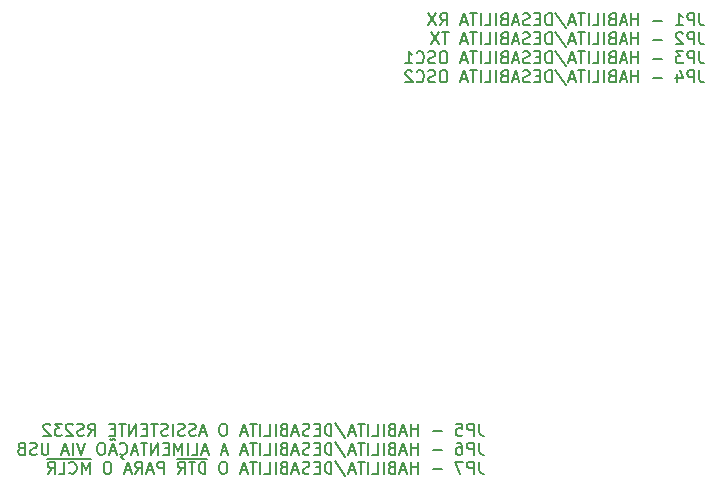
<source format=gbr>
%TF.GenerationSoftware,KiCad,Pcbnew,8.0.4*%
%TF.CreationDate,2024-09-09T16:31:10-03:00*%
%TF.ProjectId,Esquem_tico_V1,45737175-656d-4e17-9469-636f5f56312e,rev?*%
%TF.SameCoordinates,Original*%
%TF.FileFunction,Legend,Bot*%
%TF.FilePolarity,Positive*%
%FSLAX46Y46*%
G04 Gerber Fmt 4.6, Leading zero omitted, Abs format (unit mm)*
G04 Created by KiCad (PCBNEW 8.0.4) date 2024-09-09 16:31:10*
%MOMM*%
%LPD*%
G01*
G04 APERTURE LIST*
%ADD10C,0.150000*%
G04 APERTURE END LIST*
D10*
X174457506Y-102969931D02*
X174457506Y-103684216D01*
X174457506Y-103684216D02*
X174505125Y-103827073D01*
X174505125Y-103827073D02*
X174600363Y-103922312D01*
X174600363Y-103922312D02*
X174743220Y-103969931D01*
X174743220Y-103969931D02*
X174838458Y-103969931D01*
X173981315Y-103969931D02*
X173981315Y-102969931D01*
X173981315Y-102969931D02*
X173600363Y-102969931D01*
X173600363Y-102969931D02*
X173505125Y-103017550D01*
X173505125Y-103017550D02*
X173457506Y-103065169D01*
X173457506Y-103065169D02*
X173409887Y-103160407D01*
X173409887Y-103160407D02*
X173409887Y-103303264D01*
X173409887Y-103303264D02*
X173457506Y-103398502D01*
X173457506Y-103398502D02*
X173505125Y-103446121D01*
X173505125Y-103446121D02*
X173600363Y-103493740D01*
X173600363Y-103493740D02*
X173981315Y-103493740D01*
X172505125Y-102969931D02*
X172981315Y-102969931D01*
X172981315Y-102969931D02*
X173028934Y-103446121D01*
X173028934Y-103446121D02*
X172981315Y-103398502D01*
X172981315Y-103398502D02*
X172886077Y-103350883D01*
X172886077Y-103350883D02*
X172647982Y-103350883D01*
X172647982Y-103350883D02*
X172552744Y-103398502D01*
X172552744Y-103398502D02*
X172505125Y-103446121D01*
X172505125Y-103446121D02*
X172457506Y-103541359D01*
X172457506Y-103541359D02*
X172457506Y-103779454D01*
X172457506Y-103779454D02*
X172505125Y-103874692D01*
X172505125Y-103874692D02*
X172552744Y-103922312D01*
X172552744Y-103922312D02*
X172647982Y-103969931D01*
X172647982Y-103969931D02*
X172886077Y-103969931D01*
X172886077Y-103969931D02*
X172981315Y-103922312D01*
X172981315Y-103922312D02*
X173028934Y-103874692D01*
X171267029Y-103588978D02*
X170505125Y-103588978D01*
X169267029Y-103969931D02*
X169267029Y-102969931D01*
X169267029Y-103446121D02*
X168695601Y-103446121D01*
X168695601Y-103969931D02*
X168695601Y-102969931D01*
X168267029Y-103684216D02*
X167790839Y-103684216D01*
X168362267Y-103969931D02*
X168028934Y-102969931D01*
X168028934Y-102969931D02*
X167695601Y-103969931D01*
X167028934Y-103446121D02*
X166886077Y-103493740D01*
X166886077Y-103493740D02*
X166838458Y-103541359D01*
X166838458Y-103541359D02*
X166790839Y-103636597D01*
X166790839Y-103636597D02*
X166790839Y-103779454D01*
X166790839Y-103779454D02*
X166838458Y-103874692D01*
X166838458Y-103874692D02*
X166886077Y-103922312D01*
X166886077Y-103922312D02*
X166981315Y-103969931D01*
X166981315Y-103969931D02*
X167362267Y-103969931D01*
X167362267Y-103969931D02*
X167362267Y-102969931D01*
X167362267Y-102969931D02*
X167028934Y-102969931D01*
X167028934Y-102969931D02*
X166933696Y-103017550D01*
X166933696Y-103017550D02*
X166886077Y-103065169D01*
X166886077Y-103065169D02*
X166838458Y-103160407D01*
X166838458Y-103160407D02*
X166838458Y-103255645D01*
X166838458Y-103255645D02*
X166886077Y-103350883D01*
X166886077Y-103350883D02*
X166933696Y-103398502D01*
X166933696Y-103398502D02*
X167028934Y-103446121D01*
X167028934Y-103446121D02*
X167362267Y-103446121D01*
X166362267Y-103969931D02*
X166362267Y-102969931D01*
X165409887Y-103969931D02*
X165886077Y-103969931D01*
X165886077Y-103969931D02*
X165886077Y-102969931D01*
X165076553Y-103969931D02*
X165076553Y-102969931D01*
X164743220Y-102969931D02*
X164171792Y-102969931D01*
X164457506Y-103969931D02*
X164457506Y-102969931D01*
X163886077Y-103684216D02*
X163409887Y-103684216D01*
X163981315Y-103969931D02*
X163647982Y-102969931D01*
X163647982Y-102969931D02*
X163314649Y-103969931D01*
X162267030Y-102922312D02*
X163124172Y-104208026D01*
X161933696Y-103969931D02*
X161933696Y-102969931D01*
X161933696Y-102969931D02*
X161695601Y-102969931D01*
X161695601Y-102969931D02*
X161552744Y-103017550D01*
X161552744Y-103017550D02*
X161457506Y-103112788D01*
X161457506Y-103112788D02*
X161409887Y-103208026D01*
X161409887Y-103208026D02*
X161362268Y-103398502D01*
X161362268Y-103398502D02*
X161362268Y-103541359D01*
X161362268Y-103541359D02*
X161409887Y-103731835D01*
X161409887Y-103731835D02*
X161457506Y-103827073D01*
X161457506Y-103827073D02*
X161552744Y-103922312D01*
X161552744Y-103922312D02*
X161695601Y-103969931D01*
X161695601Y-103969931D02*
X161933696Y-103969931D01*
X160933696Y-103446121D02*
X160600363Y-103446121D01*
X160457506Y-103969931D02*
X160933696Y-103969931D01*
X160933696Y-103969931D02*
X160933696Y-102969931D01*
X160933696Y-102969931D02*
X160457506Y-102969931D01*
X160076553Y-103922312D02*
X159933696Y-103969931D01*
X159933696Y-103969931D02*
X159695601Y-103969931D01*
X159695601Y-103969931D02*
X159600363Y-103922312D01*
X159600363Y-103922312D02*
X159552744Y-103874692D01*
X159552744Y-103874692D02*
X159505125Y-103779454D01*
X159505125Y-103779454D02*
X159505125Y-103684216D01*
X159505125Y-103684216D02*
X159552744Y-103588978D01*
X159552744Y-103588978D02*
X159600363Y-103541359D01*
X159600363Y-103541359D02*
X159695601Y-103493740D01*
X159695601Y-103493740D02*
X159886077Y-103446121D01*
X159886077Y-103446121D02*
X159981315Y-103398502D01*
X159981315Y-103398502D02*
X160028934Y-103350883D01*
X160028934Y-103350883D02*
X160076553Y-103255645D01*
X160076553Y-103255645D02*
X160076553Y-103160407D01*
X160076553Y-103160407D02*
X160028934Y-103065169D01*
X160028934Y-103065169D02*
X159981315Y-103017550D01*
X159981315Y-103017550D02*
X159886077Y-102969931D01*
X159886077Y-102969931D02*
X159647982Y-102969931D01*
X159647982Y-102969931D02*
X159505125Y-103017550D01*
X159124172Y-103684216D02*
X158647982Y-103684216D01*
X159219410Y-103969931D02*
X158886077Y-102969931D01*
X158886077Y-102969931D02*
X158552744Y-103969931D01*
X157886077Y-103446121D02*
X157743220Y-103493740D01*
X157743220Y-103493740D02*
X157695601Y-103541359D01*
X157695601Y-103541359D02*
X157647982Y-103636597D01*
X157647982Y-103636597D02*
X157647982Y-103779454D01*
X157647982Y-103779454D02*
X157695601Y-103874692D01*
X157695601Y-103874692D02*
X157743220Y-103922312D01*
X157743220Y-103922312D02*
X157838458Y-103969931D01*
X157838458Y-103969931D02*
X158219410Y-103969931D01*
X158219410Y-103969931D02*
X158219410Y-102969931D01*
X158219410Y-102969931D02*
X157886077Y-102969931D01*
X157886077Y-102969931D02*
X157790839Y-103017550D01*
X157790839Y-103017550D02*
X157743220Y-103065169D01*
X157743220Y-103065169D02*
X157695601Y-103160407D01*
X157695601Y-103160407D02*
X157695601Y-103255645D01*
X157695601Y-103255645D02*
X157743220Y-103350883D01*
X157743220Y-103350883D02*
X157790839Y-103398502D01*
X157790839Y-103398502D02*
X157886077Y-103446121D01*
X157886077Y-103446121D02*
X158219410Y-103446121D01*
X157219410Y-103969931D02*
X157219410Y-102969931D01*
X156267030Y-103969931D02*
X156743220Y-103969931D01*
X156743220Y-103969931D02*
X156743220Y-102969931D01*
X155933696Y-103969931D02*
X155933696Y-102969931D01*
X155600363Y-102969931D02*
X155028935Y-102969931D01*
X155314649Y-103969931D02*
X155314649Y-102969931D01*
X154743220Y-103684216D02*
X154267030Y-103684216D01*
X154838458Y-103969931D02*
X154505125Y-102969931D01*
X154505125Y-102969931D02*
X154171792Y-103969931D01*
X152886077Y-102969931D02*
X152695601Y-102969931D01*
X152695601Y-102969931D02*
X152600363Y-103017550D01*
X152600363Y-103017550D02*
X152505125Y-103112788D01*
X152505125Y-103112788D02*
X152457506Y-103303264D01*
X152457506Y-103303264D02*
X152457506Y-103636597D01*
X152457506Y-103636597D02*
X152505125Y-103827073D01*
X152505125Y-103827073D02*
X152600363Y-103922312D01*
X152600363Y-103922312D02*
X152695601Y-103969931D01*
X152695601Y-103969931D02*
X152886077Y-103969931D01*
X152886077Y-103969931D02*
X152981315Y-103922312D01*
X152981315Y-103922312D02*
X153076553Y-103827073D01*
X153076553Y-103827073D02*
X153124172Y-103636597D01*
X153124172Y-103636597D02*
X153124172Y-103303264D01*
X153124172Y-103303264D02*
X153076553Y-103112788D01*
X153076553Y-103112788D02*
X152981315Y-103017550D01*
X152981315Y-103017550D02*
X152886077Y-102969931D01*
X151314648Y-103684216D02*
X150838458Y-103684216D01*
X151409886Y-103969931D02*
X151076553Y-102969931D01*
X151076553Y-102969931D02*
X150743220Y-103969931D01*
X150457505Y-103922312D02*
X150314648Y-103969931D01*
X150314648Y-103969931D02*
X150076553Y-103969931D01*
X150076553Y-103969931D02*
X149981315Y-103922312D01*
X149981315Y-103922312D02*
X149933696Y-103874692D01*
X149933696Y-103874692D02*
X149886077Y-103779454D01*
X149886077Y-103779454D02*
X149886077Y-103684216D01*
X149886077Y-103684216D02*
X149933696Y-103588978D01*
X149933696Y-103588978D02*
X149981315Y-103541359D01*
X149981315Y-103541359D02*
X150076553Y-103493740D01*
X150076553Y-103493740D02*
X150267029Y-103446121D01*
X150267029Y-103446121D02*
X150362267Y-103398502D01*
X150362267Y-103398502D02*
X150409886Y-103350883D01*
X150409886Y-103350883D02*
X150457505Y-103255645D01*
X150457505Y-103255645D02*
X150457505Y-103160407D01*
X150457505Y-103160407D02*
X150409886Y-103065169D01*
X150409886Y-103065169D02*
X150362267Y-103017550D01*
X150362267Y-103017550D02*
X150267029Y-102969931D01*
X150267029Y-102969931D02*
X150028934Y-102969931D01*
X150028934Y-102969931D02*
X149886077Y-103017550D01*
X149505124Y-103922312D02*
X149362267Y-103969931D01*
X149362267Y-103969931D02*
X149124172Y-103969931D01*
X149124172Y-103969931D02*
X149028934Y-103922312D01*
X149028934Y-103922312D02*
X148981315Y-103874692D01*
X148981315Y-103874692D02*
X148933696Y-103779454D01*
X148933696Y-103779454D02*
X148933696Y-103684216D01*
X148933696Y-103684216D02*
X148981315Y-103588978D01*
X148981315Y-103588978D02*
X149028934Y-103541359D01*
X149028934Y-103541359D02*
X149124172Y-103493740D01*
X149124172Y-103493740D02*
X149314648Y-103446121D01*
X149314648Y-103446121D02*
X149409886Y-103398502D01*
X149409886Y-103398502D02*
X149457505Y-103350883D01*
X149457505Y-103350883D02*
X149505124Y-103255645D01*
X149505124Y-103255645D02*
X149505124Y-103160407D01*
X149505124Y-103160407D02*
X149457505Y-103065169D01*
X149457505Y-103065169D02*
X149409886Y-103017550D01*
X149409886Y-103017550D02*
X149314648Y-102969931D01*
X149314648Y-102969931D02*
X149076553Y-102969931D01*
X149076553Y-102969931D02*
X148933696Y-103017550D01*
X148505124Y-103969931D02*
X148505124Y-102969931D01*
X148076553Y-103922312D02*
X147933696Y-103969931D01*
X147933696Y-103969931D02*
X147695601Y-103969931D01*
X147695601Y-103969931D02*
X147600363Y-103922312D01*
X147600363Y-103922312D02*
X147552744Y-103874692D01*
X147552744Y-103874692D02*
X147505125Y-103779454D01*
X147505125Y-103779454D02*
X147505125Y-103684216D01*
X147505125Y-103684216D02*
X147552744Y-103588978D01*
X147552744Y-103588978D02*
X147600363Y-103541359D01*
X147600363Y-103541359D02*
X147695601Y-103493740D01*
X147695601Y-103493740D02*
X147886077Y-103446121D01*
X147886077Y-103446121D02*
X147981315Y-103398502D01*
X147981315Y-103398502D02*
X148028934Y-103350883D01*
X148028934Y-103350883D02*
X148076553Y-103255645D01*
X148076553Y-103255645D02*
X148076553Y-103160407D01*
X148076553Y-103160407D02*
X148028934Y-103065169D01*
X148028934Y-103065169D02*
X147981315Y-103017550D01*
X147981315Y-103017550D02*
X147886077Y-102969931D01*
X147886077Y-102969931D02*
X147647982Y-102969931D01*
X147647982Y-102969931D02*
X147505125Y-103017550D01*
X147219410Y-102969931D02*
X146647982Y-102969931D01*
X146933696Y-103969931D02*
X146933696Y-102969931D01*
X146314648Y-103446121D02*
X145981315Y-103446121D01*
X145838458Y-103969931D02*
X146314648Y-103969931D01*
X146314648Y-103969931D02*
X146314648Y-102969931D01*
X146314648Y-102969931D02*
X145838458Y-102969931D01*
X145409886Y-103969931D02*
X145409886Y-102969931D01*
X145409886Y-102969931D02*
X144838458Y-103969931D01*
X144838458Y-103969931D02*
X144838458Y-102969931D01*
X144505124Y-102969931D02*
X143933696Y-102969931D01*
X144219410Y-103969931D02*
X144219410Y-102969931D01*
X143600362Y-103446121D02*
X143267029Y-103446121D01*
X143124172Y-103969931D02*
X143600362Y-103969931D01*
X143600362Y-103969931D02*
X143600362Y-102969931D01*
X143600362Y-102969931D02*
X143124172Y-102969931D01*
X141362267Y-103969931D02*
X141695600Y-103493740D01*
X141933695Y-103969931D02*
X141933695Y-102969931D01*
X141933695Y-102969931D02*
X141552743Y-102969931D01*
X141552743Y-102969931D02*
X141457505Y-103017550D01*
X141457505Y-103017550D02*
X141409886Y-103065169D01*
X141409886Y-103065169D02*
X141362267Y-103160407D01*
X141362267Y-103160407D02*
X141362267Y-103303264D01*
X141362267Y-103303264D02*
X141409886Y-103398502D01*
X141409886Y-103398502D02*
X141457505Y-103446121D01*
X141457505Y-103446121D02*
X141552743Y-103493740D01*
X141552743Y-103493740D02*
X141933695Y-103493740D01*
X140981314Y-103922312D02*
X140838457Y-103969931D01*
X140838457Y-103969931D02*
X140600362Y-103969931D01*
X140600362Y-103969931D02*
X140505124Y-103922312D01*
X140505124Y-103922312D02*
X140457505Y-103874692D01*
X140457505Y-103874692D02*
X140409886Y-103779454D01*
X140409886Y-103779454D02*
X140409886Y-103684216D01*
X140409886Y-103684216D02*
X140457505Y-103588978D01*
X140457505Y-103588978D02*
X140505124Y-103541359D01*
X140505124Y-103541359D02*
X140600362Y-103493740D01*
X140600362Y-103493740D02*
X140790838Y-103446121D01*
X140790838Y-103446121D02*
X140886076Y-103398502D01*
X140886076Y-103398502D02*
X140933695Y-103350883D01*
X140933695Y-103350883D02*
X140981314Y-103255645D01*
X140981314Y-103255645D02*
X140981314Y-103160407D01*
X140981314Y-103160407D02*
X140933695Y-103065169D01*
X140933695Y-103065169D02*
X140886076Y-103017550D01*
X140886076Y-103017550D02*
X140790838Y-102969931D01*
X140790838Y-102969931D02*
X140552743Y-102969931D01*
X140552743Y-102969931D02*
X140409886Y-103017550D01*
X140028933Y-103065169D02*
X139981314Y-103017550D01*
X139981314Y-103017550D02*
X139886076Y-102969931D01*
X139886076Y-102969931D02*
X139647981Y-102969931D01*
X139647981Y-102969931D02*
X139552743Y-103017550D01*
X139552743Y-103017550D02*
X139505124Y-103065169D01*
X139505124Y-103065169D02*
X139457505Y-103160407D01*
X139457505Y-103160407D02*
X139457505Y-103255645D01*
X139457505Y-103255645D02*
X139505124Y-103398502D01*
X139505124Y-103398502D02*
X140076552Y-103969931D01*
X140076552Y-103969931D02*
X139457505Y-103969931D01*
X139124171Y-102969931D02*
X138505124Y-102969931D01*
X138505124Y-102969931D02*
X138838457Y-103350883D01*
X138838457Y-103350883D02*
X138695600Y-103350883D01*
X138695600Y-103350883D02*
X138600362Y-103398502D01*
X138600362Y-103398502D02*
X138552743Y-103446121D01*
X138552743Y-103446121D02*
X138505124Y-103541359D01*
X138505124Y-103541359D02*
X138505124Y-103779454D01*
X138505124Y-103779454D02*
X138552743Y-103874692D01*
X138552743Y-103874692D02*
X138600362Y-103922312D01*
X138600362Y-103922312D02*
X138695600Y-103969931D01*
X138695600Y-103969931D02*
X138981314Y-103969931D01*
X138981314Y-103969931D02*
X139076552Y-103922312D01*
X139076552Y-103922312D02*
X139124171Y-103874692D01*
X138124171Y-103065169D02*
X138076552Y-103017550D01*
X138076552Y-103017550D02*
X137981314Y-102969931D01*
X137981314Y-102969931D02*
X137743219Y-102969931D01*
X137743219Y-102969931D02*
X137647981Y-103017550D01*
X137647981Y-103017550D02*
X137600362Y-103065169D01*
X137600362Y-103065169D02*
X137552743Y-103160407D01*
X137552743Y-103160407D02*
X137552743Y-103255645D01*
X137552743Y-103255645D02*
X137600362Y-103398502D01*
X137600362Y-103398502D02*
X138171790Y-103969931D01*
X138171790Y-103969931D02*
X137552743Y-103969931D01*
X174457506Y-104579875D02*
X174457506Y-105294160D01*
X174457506Y-105294160D02*
X174505125Y-105437017D01*
X174505125Y-105437017D02*
X174600363Y-105532256D01*
X174600363Y-105532256D02*
X174743220Y-105579875D01*
X174743220Y-105579875D02*
X174838458Y-105579875D01*
X173981315Y-105579875D02*
X173981315Y-104579875D01*
X173981315Y-104579875D02*
X173600363Y-104579875D01*
X173600363Y-104579875D02*
X173505125Y-104627494D01*
X173505125Y-104627494D02*
X173457506Y-104675113D01*
X173457506Y-104675113D02*
X173409887Y-104770351D01*
X173409887Y-104770351D02*
X173409887Y-104913208D01*
X173409887Y-104913208D02*
X173457506Y-105008446D01*
X173457506Y-105008446D02*
X173505125Y-105056065D01*
X173505125Y-105056065D02*
X173600363Y-105103684D01*
X173600363Y-105103684D02*
X173981315Y-105103684D01*
X172552744Y-104579875D02*
X172743220Y-104579875D01*
X172743220Y-104579875D02*
X172838458Y-104627494D01*
X172838458Y-104627494D02*
X172886077Y-104675113D01*
X172886077Y-104675113D02*
X172981315Y-104817970D01*
X172981315Y-104817970D02*
X173028934Y-105008446D01*
X173028934Y-105008446D02*
X173028934Y-105389398D01*
X173028934Y-105389398D02*
X172981315Y-105484636D01*
X172981315Y-105484636D02*
X172933696Y-105532256D01*
X172933696Y-105532256D02*
X172838458Y-105579875D01*
X172838458Y-105579875D02*
X172647982Y-105579875D01*
X172647982Y-105579875D02*
X172552744Y-105532256D01*
X172552744Y-105532256D02*
X172505125Y-105484636D01*
X172505125Y-105484636D02*
X172457506Y-105389398D01*
X172457506Y-105389398D02*
X172457506Y-105151303D01*
X172457506Y-105151303D02*
X172505125Y-105056065D01*
X172505125Y-105056065D02*
X172552744Y-105008446D01*
X172552744Y-105008446D02*
X172647982Y-104960827D01*
X172647982Y-104960827D02*
X172838458Y-104960827D01*
X172838458Y-104960827D02*
X172933696Y-105008446D01*
X172933696Y-105008446D02*
X172981315Y-105056065D01*
X172981315Y-105056065D02*
X173028934Y-105151303D01*
X171267029Y-105198922D02*
X170505125Y-105198922D01*
X169267029Y-105579875D02*
X169267029Y-104579875D01*
X169267029Y-105056065D02*
X168695601Y-105056065D01*
X168695601Y-105579875D02*
X168695601Y-104579875D01*
X168267029Y-105294160D02*
X167790839Y-105294160D01*
X168362267Y-105579875D02*
X168028934Y-104579875D01*
X168028934Y-104579875D02*
X167695601Y-105579875D01*
X167028934Y-105056065D02*
X166886077Y-105103684D01*
X166886077Y-105103684D02*
X166838458Y-105151303D01*
X166838458Y-105151303D02*
X166790839Y-105246541D01*
X166790839Y-105246541D02*
X166790839Y-105389398D01*
X166790839Y-105389398D02*
X166838458Y-105484636D01*
X166838458Y-105484636D02*
X166886077Y-105532256D01*
X166886077Y-105532256D02*
X166981315Y-105579875D01*
X166981315Y-105579875D02*
X167362267Y-105579875D01*
X167362267Y-105579875D02*
X167362267Y-104579875D01*
X167362267Y-104579875D02*
X167028934Y-104579875D01*
X167028934Y-104579875D02*
X166933696Y-104627494D01*
X166933696Y-104627494D02*
X166886077Y-104675113D01*
X166886077Y-104675113D02*
X166838458Y-104770351D01*
X166838458Y-104770351D02*
X166838458Y-104865589D01*
X166838458Y-104865589D02*
X166886077Y-104960827D01*
X166886077Y-104960827D02*
X166933696Y-105008446D01*
X166933696Y-105008446D02*
X167028934Y-105056065D01*
X167028934Y-105056065D02*
X167362267Y-105056065D01*
X166362267Y-105579875D02*
X166362267Y-104579875D01*
X165409887Y-105579875D02*
X165886077Y-105579875D01*
X165886077Y-105579875D02*
X165886077Y-104579875D01*
X165076553Y-105579875D02*
X165076553Y-104579875D01*
X164743220Y-104579875D02*
X164171792Y-104579875D01*
X164457506Y-105579875D02*
X164457506Y-104579875D01*
X163886077Y-105294160D02*
X163409887Y-105294160D01*
X163981315Y-105579875D02*
X163647982Y-104579875D01*
X163647982Y-104579875D02*
X163314649Y-105579875D01*
X162267030Y-104532256D02*
X163124172Y-105817970D01*
X161933696Y-105579875D02*
X161933696Y-104579875D01*
X161933696Y-104579875D02*
X161695601Y-104579875D01*
X161695601Y-104579875D02*
X161552744Y-104627494D01*
X161552744Y-104627494D02*
X161457506Y-104722732D01*
X161457506Y-104722732D02*
X161409887Y-104817970D01*
X161409887Y-104817970D02*
X161362268Y-105008446D01*
X161362268Y-105008446D02*
X161362268Y-105151303D01*
X161362268Y-105151303D02*
X161409887Y-105341779D01*
X161409887Y-105341779D02*
X161457506Y-105437017D01*
X161457506Y-105437017D02*
X161552744Y-105532256D01*
X161552744Y-105532256D02*
X161695601Y-105579875D01*
X161695601Y-105579875D02*
X161933696Y-105579875D01*
X160933696Y-105056065D02*
X160600363Y-105056065D01*
X160457506Y-105579875D02*
X160933696Y-105579875D01*
X160933696Y-105579875D02*
X160933696Y-104579875D01*
X160933696Y-104579875D02*
X160457506Y-104579875D01*
X160076553Y-105532256D02*
X159933696Y-105579875D01*
X159933696Y-105579875D02*
X159695601Y-105579875D01*
X159695601Y-105579875D02*
X159600363Y-105532256D01*
X159600363Y-105532256D02*
X159552744Y-105484636D01*
X159552744Y-105484636D02*
X159505125Y-105389398D01*
X159505125Y-105389398D02*
X159505125Y-105294160D01*
X159505125Y-105294160D02*
X159552744Y-105198922D01*
X159552744Y-105198922D02*
X159600363Y-105151303D01*
X159600363Y-105151303D02*
X159695601Y-105103684D01*
X159695601Y-105103684D02*
X159886077Y-105056065D01*
X159886077Y-105056065D02*
X159981315Y-105008446D01*
X159981315Y-105008446D02*
X160028934Y-104960827D01*
X160028934Y-104960827D02*
X160076553Y-104865589D01*
X160076553Y-104865589D02*
X160076553Y-104770351D01*
X160076553Y-104770351D02*
X160028934Y-104675113D01*
X160028934Y-104675113D02*
X159981315Y-104627494D01*
X159981315Y-104627494D02*
X159886077Y-104579875D01*
X159886077Y-104579875D02*
X159647982Y-104579875D01*
X159647982Y-104579875D02*
X159505125Y-104627494D01*
X159124172Y-105294160D02*
X158647982Y-105294160D01*
X159219410Y-105579875D02*
X158886077Y-104579875D01*
X158886077Y-104579875D02*
X158552744Y-105579875D01*
X157886077Y-105056065D02*
X157743220Y-105103684D01*
X157743220Y-105103684D02*
X157695601Y-105151303D01*
X157695601Y-105151303D02*
X157647982Y-105246541D01*
X157647982Y-105246541D02*
X157647982Y-105389398D01*
X157647982Y-105389398D02*
X157695601Y-105484636D01*
X157695601Y-105484636D02*
X157743220Y-105532256D01*
X157743220Y-105532256D02*
X157838458Y-105579875D01*
X157838458Y-105579875D02*
X158219410Y-105579875D01*
X158219410Y-105579875D02*
X158219410Y-104579875D01*
X158219410Y-104579875D02*
X157886077Y-104579875D01*
X157886077Y-104579875D02*
X157790839Y-104627494D01*
X157790839Y-104627494D02*
X157743220Y-104675113D01*
X157743220Y-104675113D02*
X157695601Y-104770351D01*
X157695601Y-104770351D02*
X157695601Y-104865589D01*
X157695601Y-104865589D02*
X157743220Y-104960827D01*
X157743220Y-104960827D02*
X157790839Y-105008446D01*
X157790839Y-105008446D02*
X157886077Y-105056065D01*
X157886077Y-105056065D02*
X158219410Y-105056065D01*
X157219410Y-105579875D02*
X157219410Y-104579875D01*
X156267030Y-105579875D02*
X156743220Y-105579875D01*
X156743220Y-105579875D02*
X156743220Y-104579875D01*
X155933696Y-105579875D02*
X155933696Y-104579875D01*
X155600363Y-104579875D02*
X155028935Y-104579875D01*
X155314649Y-105579875D02*
X155314649Y-104579875D01*
X154743220Y-105294160D02*
X154267030Y-105294160D01*
X154838458Y-105579875D02*
X154505125Y-104579875D01*
X154505125Y-104579875D02*
X154171792Y-105579875D01*
X153124172Y-105294160D02*
X152647982Y-105294160D01*
X153219410Y-105579875D02*
X152886077Y-104579875D01*
X152886077Y-104579875D02*
X152552744Y-105579875D01*
X151505124Y-105294160D02*
X151028934Y-105294160D01*
X151600362Y-105579875D02*
X151267029Y-104579875D01*
X151267029Y-104579875D02*
X150933696Y-105579875D01*
X150124172Y-105579875D02*
X150600362Y-105579875D01*
X150600362Y-105579875D02*
X150600362Y-104579875D01*
X149790838Y-105579875D02*
X149790838Y-104579875D01*
X149314648Y-105579875D02*
X149314648Y-104579875D01*
X149314648Y-104579875D02*
X148981315Y-105294160D01*
X148981315Y-105294160D02*
X148647982Y-104579875D01*
X148647982Y-104579875D02*
X148647982Y-105579875D01*
X148171791Y-105056065D02*
X147838458Y-105056065D01*
X147695601Y-105579875D02*
X148171791Y-105579875D01*
X148171791Y-105579875D02*
X148171791Y-104579875D01*
X148171791Y-104579875D02*
X147695601Y-104579875D01*
X147267029Y-105579875D02*
X147267029Y-104579875D01*
X147267029Y-104579875D02*
X146695601Y-105579875D01*
X146695601Y-105579875D02*
X146695601Y-104579875D01*
X146362267Y-104579875D02*
X145790839Y-104579875D01*
X146076553Y-105579875D02*
X146076553Y-104579875D01*
X145505124Y-105294160D02*
X145028934Y-105294160D01*
X145600362Y-105579875D02*
X145267029Y-104579875D01*
X145267029Y-104579875D02*
X144933696Y-105579875D01*
X144028934Y-105484636D02*
X144076553Y-105532256D01*
X144076553Y-105532256D02*
X144219410Y-105579875D01*
X144219410Y-105579875D02*
X144314648Y-105579875D01*
X144314648Y-105579875D02*
X144457505Y-105532256D01*
X144457505Y-105532256D02*
X144552743Y-105437017D01*
X144552743Y-105437017D02*
X144600362Y-105341779D01*
X144600362Y-105341779D02*
X144647981Y-105151303D01*
X144647981Y-105151303D02*
X144647981Y-105008446D01*
X144647981Y-105008446D02*
X144600362Y-104817970D01*
X144600362Y-104817970D02*
X144552743Y-104722732D01*
X144552743Y-104722732D02*
X144457505Y-104627494D01*
X144457505Y-104627494D02*
X144314648Y-104579875D01*
X144314648Y-104579875D02*
X144219410Y-104579875D01*
X144219410Y-104579875D02*
X144076553Y-104627494D01*
X144076553Y-104627494D02*
X144028934Y-104675113D01*
X144267029Y-105627494D02*
X144171791Y-105675113D01*
X144171791Y-105675113D02*
X144124172Y-105770351D01*
X144124172Y-105770351D02*
X144171791Y-105865589D01*
X144171791Y-105865589D02*
X144267029Y-105913208D01*
X144267029Y-105913208D02*
X144409886Y-105913208D01*
X143647981Y-105294160D02*
X143171791Y-105294160D01*
X143743219Y-105579875D02*
X143409886Y-104579875D01*
X143409886Y-104579875D02*
X143076553Y-105579875D01*
X143647981Y-104341779D02*
X143600362Y-104294160D01*
X143600362Y-104294160D02*
X143505124Y-104246541D01*
X143505124Y-104246541D02*
X143314648Y-104341779D01*
X143314648Y-104341779D02*
X143219410Y-104294160D01*
X143219410Y-104294160D02*
X143171791Y-104246541D01*
X142552743Y-104579875D02*
X142362267Y-104579875D01*
X142362267Y-104579875D02*
X142267029Y-104627494D01*
X142267029Y-104627494D02*
X142171791Y-104722732D01*
X142171791Y-104722732D02*
X142124172Y-104913208D01*
X142124172Y-104913208D02*
X142124172Y-105246541D01*
X142124172Y-105246541D02*
X142171791Y-105437017D01*
X142171791Y-105437017D02*
X142267029Y-105532256D01*
X142267029Y-105532256D02*
X142362267Y-105579875D01*
X142362267Y-105579875D02*
X142552743Y-105579875D01*
X142552743Y-105579875D02*
X142647981Y-105532256D01*
X142647981Y-105532256D02*
X142743219Y-105437017D01*
X142743219Y-105437017D02*
X142790838Y-105246541D01*
X142790838Y-105246541D02*
X142790838Y-104913208D01*
X142790838Y-104913208D02*
X142743219Y-104722732D01*
X142743219Y-104722732D02*
X142647981Y-104627494D01*
X142647981Y-104627494D02*
X142552743Y-104579875D01*
X141076552Y-104579875D02*
X140743219Y-105579875D01*
X140743219Y-105579875D02*
X140409886Y-104579875D01*
X140076552Y-105579875D02*
X140076552Y-104579875D01*
X139647981Y-105294160D02*
X139171791Y-105294160D01*
X139743219Y-105579875D02*
X139409886Y-104579875D01*
X139409886Y-104579875D02*
X139076553Y-105579875D01*
X137981314Y-104579875D02*
X137981314Y-105389398D01*
X137981314Y-105389398D02*
X137933695Y-105484636D01*
X137933695Y-105484636D02*
X137886076Y-105532256D01*
X137886076Y-105532256D02*
X137790838Y-105579875D01*
X137790838Y-105579875D02*
X137600362Y-105579875D01*
X137600362Y-105579875D02*
X137505124Y-105532256D01*
X137505124Y-105532256D02*
X137457505Y-105484636D01*
X137457505Y-105484636D02*
X137409886Y-105389398D01*
X137409886Y-105389398D02*
X137409886Y-104579875D01*
X136981314Y-105532256D02*
X136838457Y-105579875D01*
X136838457Y-105579875D02*
X136600362Y-105579875D01*
X136600362Y-105579875D02*
X136505124Y-105532256D01*
X136505124Y-105532256D02*
X136457505Y-105484636D01*
X136457505Y-105484636D02*
X136409886Y-105389398D01*
X136409886Y-105389398D02*
X136409886Y-105294160D01*
X136409886Y-105294160D02*
X136457505Y-105198922D01*
X136457505Y-105198922D02*
X136505124Y-105151303D01*
X136505124Y-105151303D02*
X136600362Y-105103684D01*
X136600362Y-105103684D02*
X136790838Y-105056065D01*
X136790838Y-105056065D02*
X136886076Y-105008446D01*
X136886076Y-105008446D02*
X136933695Y-104960827D01*
X136933695Y-104960827D02*
X136981314Y-104865589D01*
X136981314Y-104865589D02*
X136981314Y-104770351D01*
X136981314Y-104770351D02*
X136933695Y-104675113D01*
X136933695Y-104675113D02*
X136886076Y-104627494D01*
X136886076Y-104627494D02*
X136790838Y-104579875D01*
X136790838Y-104579875D02*
X136552743Y-104579875D01*
X136552743Y-104579875D02*
X136409886Y-104627494D01*
X135647981Y-105056065D02*
X135505124Y-105103684D01*
X135505124Y-105103684D02*
X135457505Y-105151303D01*
X135457505Y-105151303D02*
X135409886Y-105246541D01*
X135409886Y-105246541D02*
X135409886Y-105389398D01*
X135409886Y-105389398D02*
X135457505Y-105484636D01*
X135457505Y-105484636D02*
X135505124Y-105532256D01*
X135505124Y-105532256D02*
X135600362Y-105579875D01*
X135600362Y-105579875D02*
X135981314Y-105579875D01*
X135981314Y-105579875D02*
X135981314Y-104579875D01*
X135981314Y-104579875D02*
X135647981Y-104579875D01*
X135647981Y-104579875D02*
X135552743Y-104627494D01*
X135552743Y-104627494D02*
X135505124Y-104675113D01*
X135505124Y-104675113D02*
X135457505Y-104770351D01*
X135457505Y-104770351D02*
X135457505Y-104865589D01*
X135457505Y-104865589D02*
X135505124Y-104960827D01*
X135505124Y-104960827D02*
X135552743Y-105008446D01*
X135552743Y-105008446D02*
X135647981Y-105056065D01*
X135647981Y-105056065D02*
X135981314Y-105056065D01*
X174457506Y-106189819D02*
X174457506Y-106904104D01*
X174457506Y-106904104D02*
X174505125Y-107046961D01*
X174505125Y-107046961D02*
X174600363Y-107142200D01*
X174600363Y-107142200D02*
X174743220Y-107189819D01*
X174743220Y-107189819D02*
X174838458Y-107189819D01*
X173981315Y-107189819D02*
X173981315Y-106189819D01*
X173981315Y-106189819D02*
X173600363Y-106189819D01*
X173600363Y-106189819D02*
X173505125Y-106237438D01*
X173505125Y-106237438D02*
X173457506Y-106285057D01*
X173457506Y-106285057D02*
X173409887Y-106380295D01*
X173409887Y-106380295D02*
X173409887Y-106523152D01*
X173409887Y-106523152D02*
X173457506Y-106618390D01*
X173457506Y-106618390D02*
X173505125Y-106666009D01*
X173505125Y-106666009D02*
X173600363Y-106713628D01*
X173600363Y-106713628D02*
X173981315Y-106713628D01*
X173076553Y-106189819D02*
X172409887Y-106189819D01*
X172409887Y-106189819D02*
X172838458Y-107189819D01*
X171267029Y-106808866D02*
X170505125Y-106808866D01*
X169267029Y-107189819D02*
X169267029Y-106189819D01*
X169267029Y-106666009D02*
X168695601Y-106666009D01*
X168695601Y-107189819D02*
X168695601Y-106189819D01*
X168267029Y-106904104D02*
X167790839Y-106904104D01*
X168362267Y-107189819D02*
X168028934Y-106189819D01*
X168028934Y-106189819D02*
X167695601Y-107189819D01*
X167028934Y-106666009D02*
X166886077Y-106713628D01*
X166886077Y-106713628D02*
X166838458Y-106761247D01*
X166838458Y-106761247D02*
X166790839Y-106856485D01*
X166790839Y-106856485D02*
X166790839Y-106999342D01*
X166790839Y-106999342D02*
X166838458Y-107094580D01*
X166838458Y-107094580D02*
X166886077Y-107142200D01*
X166886077Y-107142200D02*
X166981315Y-107189819D01*
X166981315Y-107189819D02*
X167362267Y-107189819D01*
X167362267Y-107189819D02*
X167362267Y-106189819D01*
X167362267Y-106189819D02*
X167028934Y-106189819D01*
X167028934Y-106189819D02*
X166933696Y-106237438D01*
X166933696Y-106237438D02*
X166886077Y-106285057D01*
X166886077Y-106285057D02*
X166838458Y-106380295D01*
X166838458Y-106380295D02*
X166838458Y-106475533D01*
X166838458Y-106475533D02*
X166886077Y-106570771D01*
X166886077Y-106570771D02*
X166933696Y-106618390D01*
X166933696Y-106618390D02*
X167028934Y-106666009D01*
X167028934Y-106666009D02*
X167362267Y-106666009D01*
X166362267Y-107189819D02*
X166362267Y-106189819D01*
X165409887Y-107189819D02*
X165886077Y-107189819D01*
X165886077Y-107189819D02*
X165886077Y-106189819D01*
X165076553Y-107189819D02*
X165076553Y-106189819D01*
X164743220Y-106189819D02*
X164171792Y-106189819D01*
X164457506Y-107189819D02*
X164457506Y-106189819D01*
X163886077Y-106904104D02*
X163409887Y-106904104D01*
X163981315Y-107189819D02*
X163647982Y-106189819D01*
X163647982Y-106189819D02*
X163314649Y-107189819D01*
X162267030Y-106142200D02*
X163124172Y-107427914D01*
X161933696Y-107189819D02*
X161933696Y-106189819D01*
X161933696Y-106189819D02*
X161695601Y-106189819D01*
X161695601Y-106189819D02*
X161552744Y-106237438D01*
X161552744Y-106237438D02*
X161457506Y-106332676D01*
X161457506Y-106332676D02*
X161409887Y-106427914D01*
X161409887Y-106427914D02*
X161362268Y-106618390D01*
X161362268Y-106618390D02*
X161362268Y-106761247D01*
X161362268Y-106761247D02*
X161409887Y-106951723D01*
X161409887Y-106951723D02*
X161457506Y-107046961D01*
X161457506Y-107046961D02*
X161552744Y-107142200D01*
X161552744Y-107142200D02*
X161695601Y-107189819D01*
X161695601Y-107189819D02*
X161933696Y-107189819D01*
X160933696Y-106666009D02*
X160600363Y-106666009D01*
X160457506Y-107189819D02*
X160933696Y-107189819D01*
X160933696Y-107189819D02*
X160933696Y-106189819D01*
X160933696Y-106189819D02*
X160457506Y-106189819D01*
X160076553Y-107142200D02*
X159933696Y-107189819D01*
X159933696Y-107189819D02*
X159695601Y-107189819D01*
X159695601Y-107189819D02*
X159600363Y-107142200D01*
X159600363Y-107142200D02*
X159552744Y-107094580D01*
X159552744Y-107094580D02*
X159505125Y-106999342D01*
X159505125Y-106999342D02*
X159505125Y-106904104D01*
X159505125Y-106904104D02*
X159552744Y-106808866D01*
X159552744Y-106808866D02*
X159600363Y-106761247D01*
X159600363Y-106761247D02*
X159695601Y-106713628D01*
X159695601Y-106713628D02*
X159886077Y-106666009D01*
X159886077Y-106666009D02*
X159981315Y-106618390D01*
X159981315Y-106618390D02*
X160028934Y-106570771D01*
X160028934Y-106570771D02*
X160076553Y-106475533D01*
X160076553Y-106475533D02*
X160076553Y-106380295D01*
X160076553Y-106380295D02*
X160028934Y-106285057D01*
X160028934Y-106285057D02*
X159981315Y-106237438D01*
X159981315Y-106237438D02*
X159886077Y-106189819D01*
X159886077Y-106189819D02*
X159647982Y-106189819D01*
X159647982Y-106189819D02*
X159505125Y-106237438D01*
X159124172Y-106904104D02*
X158647982Y-106904104D01*
X159219410Y-107189819D02*
X158886077Y-106189819D01*
X158886077Y-106189819D02*
X158552744Y-107189819D01*
X157886077Y-106666009D02*
X157743220Y-106713628D01*
X157743220Y-106713628D02*
X157695601Y-106761247D01*
X157695601Y-106761247D02*
X157647982Y-106856485D01*
X157647982Y-106856485D02*
X157647982Y-106999342D01*
X157647982Y-106999342D02*
X157695601Y-107094580D01*
X157695601Y-107094580D02*
X157743220Y-107142200D01*
X157743220Y-107142200D02*
X157838458Y-107189819D01*
X157838458Y-107189819D02*
X158219410Y-107189819D01*
X158219410Y-107189819D02*
X158219410Y-106189819D01*
X158219410Y-106189819D02*
X157886077Y-106189819D01*
X157886077Y-106189819D02*
X157790839Y-106237438D01*
X157790839Y-106237438D02*
X157743220Y-106285057D01*
X157743220Y-106285057D02*
X157695601Y-106380295D01*
X157695601Y-106380295D02*
X157695601Y-106475533D01*
X157695601Y-106475533D02*
X157743220Y-106570771D01*
X157743220Y-106570771D02*
X157790839Y-106618390D01*
X157790839Y-106618390D02*
X157886077Y-106666009D01*
X157886077Y-106666009D02*
X158219410Y-106666009D01*
X157219410Y-107189819D02*
X157219410Y-106189819D01*
X156267030Y-107189819D02*
X156743220Y-107189819D01*
X156743220Y-107189819D02*
X156743220Y-106189819D01*
X155933696Y-107189819D02*
X155933696Y-106189819D01*
X155600363Y-106189819D02*
X155028935Y-106189819D01*
X155314649Y-107189819D02*
X155314649Y-106189819D01*
X154743220Y-106904104D02*
X154267030Y-106904104D01*
X154838458Y-107189819D02*
X154505125Y-106189819D01*
X154505125Y-106189819D02*
X154171792Y-107189819D01*
X152886077Y-106189819D02*
X152695601Y-106189819D01*
X152695601Y-106189819D02*
X152600363Y-106237438D01*
X152600363Y-106237438D02*
X152505125Y-106332676D01*
X152505125Y-106332676D02*
X152457506Y-106523152D01*
X152457506Y-106523152D02*
X152457506Y-106856485D01*
X152457506Y-106856485D02*
X152505125Y-107046961D01*
X152505125Y-107046961D02*
X152600363Y-107142200D01*
X152600363Y-107142200D02*
X152695601Y-107189819D01*
X152695601Y-107189819D02*
X152886077Y-107189819D01*
X152886077Y-107189819D02*
X152981315Y-107142200D01*
X152981315Y-107142200D02*
X153076553Y-107046961D01*
X153076553Y-107046961D02*
X153124172Y-106856485D01*
X153124172Y-106856485D02*
X153124172Y-106523152D01*
X153124172Y-106523152D02*
X153076553Y-106332676D01*
X153076553Y-106332676D02*
X152981315Y-106237438D01*
X152981315Y-106237438D02*
X152886077Y-106189819D01*
X151267029Y-107189819D02*
X151267029Y-106189819D01*
X151267029Y-106189819D02*
X151028934Y-106189819D01*
X151028934Y-106189819D02*
X150886077Y-106237438D01*
X150886077Y-106237438D02*
X150790839Y-106332676D01*
X150790839Y-106332676D02*
X150743220Y-106427914D01*
X150743220Y-106427914D02*
X150695601Y-106618390D01*
X150695601Y-106618390D02*
X150695601Y-106761247D01*
X150695601Y-106761247D02*
X150743220Y-106951723D01*
X150743220Y-106951723D02*
X150790839Y-107046961D01*
X150790839Y-107046961D02*
X150886077Y-107142200D01*
X150886077Y-107142200D02*
X151028934Y-107189819D01*
X151028934Y-107189819D02*
X151267029Y-107189819D01*
X150409886Y-106189819D02*
X149838458Y-106189819D01*
X150124172Y-107189819D02*
X150124172Y-106189819D01*
X148933696Y-107189819D02*
X149267029Y-106713628D01*
X149505124Y-107189819D02*
X149505124Y-106189819D01*
X149505124Y-106189819D02*
X149124172Y-106189819D01*
X149124172Y-106189819D02*
X149028934Y-106237438D01*
X149028934Y-106237438D02*
X148981315Y-106285057D01*
X148981315Y-106285057D02*
X148933696Y-106380295D01*
X148933696Y-106380295D02*
X148933696Y-106523152D01*
X148933696Y-106523152D02*
X148981315Y-106618390D01*
X148981315Y-106618390D02*
X149028934Y-106666009D01*
X149028934Y-106666009D02*
X149124172Y-106713628D01*
X149124172Y-106713628D02*
X149505124Y-106713628D01*
X151405125Y-105912200D02*
X148843220Y-105912200D01*
X147743219Y-107189819D02*
X147743219Y-106189819D01*
X147743219Y-106189819D02*
X147362267Y-106189819D01*
X147362267Y-106189819D02*
X147267029Y-106237438D01*
X147267029Y-106237438D02*
X147219410Y-106285057D01*
X147219410Y-106285057D02*
X147171791Y-106380295D01*
X147171791Y-106380295D02*
X147171791Y-106523152D01*
X147171791Y-106523152D02*
X147219410Y-106618390D01*
X147219410Y-106618390D02*
X147267029Y-106666009D01*
X147267029Y-106666009D02*
X147362267Y-106713628D01*
X147362267Y-106713628D02*
X147743219Y-106713628D01*
X146790838Y-106904104D02*
X146314648Y-106904104D01*
X146886076Y-107189819D02*
X146552743Y-106189819D01*
X146552743Y-106189819D02*
X146219410Y-107189819D01*
X145314648Y-107189819D02*
X145647981Y-106713628D01*
X145886076Y-107189819D02*
X145886076Y-106189819D01*
X145886076Y-106189819D02*
X145505124Y-106189819D01*
X145505124Y-106189819D02*
X145409886Y-106237438D01*
X145409886Y-106237438D02*
X145362267Y-106285057D01*
X145362267Y-106285057D02*
X145314648Y-106380295D01*
X145314648Y-106380295D02*
X145314648Y-106523152D01*
X145314648Y-106523152D02*
X145362267Y-106618390D01*
X145362267Y-106618390D02*
X145409886Y-106666009D01*
X145409886Y-106666009D02*
X145505124Y-106713628D01*
X145505124Y-106713628D02*
X145886076Y-106713628D01*
X144933695Y-106904104D02*
X144457505Y-106904104D01*
X145028933Y-107189819D02*
X144695600Y-106189819D01*
X144695600Y-106189819D02*
X144362267Y-107189819D01*
X143076552Y-106189819D02*
X142886076Y-106189819D01*
X142886076Y-106189819D02*
X142790838Y-106237438D01*
X142790838Y-106237438D02*
X142695600Y-106332676D01*
X142695600Y-106332676D02*
X142647981Y-106523152D01*
X142647981Y-106523152D02*
X142647981Y-106856485D01*
X142647981Y-106856485D02*
X142695600Y-107046961D01*
X142695600Y-107046961D02*
X142790838Y-107142200D01*
X142790838Y-107142200D02*
X142886076Y-107189819D01*
X142886076Y-107189819D02*
X143076552Y-107189819D01*
X143076552Y-107189819D02*
X143171790Y-107142200D01*
X143171790Y-107142200D02*
X143267028Y-107046961D01*
X143267028Y-107046961D02*
X143314647Y-106856485D01*
X143314647Y-106856485D02*
X143314647Y-106523152D01*
X143314647Y-106523152D02*
X143267028Y-106332676D01*
X143267028Y-106332676D02*
X143171790Y-106237438D01*
X143171790Y-106237438D02*
X143076552Y-106189819D01*
X141457504Y-107189819D02*
X141457504Y-106189819D01*
X141457504Y-106189819D02*
X141124171Y-106904104D01*
X141124171Y-106904104D02*
X140790838Y-106189819D01*
X140790838Y-106189819D02*
X140790838Y-107189819D01*
X139743219Y-107094580D02*
X139790838Y-107142200D01*
X139790838Y-107142200D02*
X139933695Y-107189819D01*
X139933695Y-107189819D02*
X140028933Y-107189819D01*
X140028933Y-107189819D02*
X140171790Y-107142200D01*
X140171790Y-107142200D02*
X140267028Y-107046961D01*
X140267028Y-107046961D02*
X140314647Y-106951723D01*
X140314647Y-106951723D02*
X140362266Y-106761247D01*
X140362266Y-106761247D02*
X140362266Y-106618390D01*
X140362266Y-106618390D02*
X140314647Y-106427914D01*
X140314647Y-106427914D02*
X140267028Y-106332676D01*
X140267028Y-106332676D02*
X140171790Y-106237438D01*
X140171790Y-106237438D02*
X140028933Y-106189819D01*
X140028933Y-106189819D02*
X139933695Y-106189819D01*
X139933695Y-106189819D02*
X139790838Y-106237438D01*
X139790838Y-106237438D02*
X139743219Y-106285057D01*
X138838457Y-107189819D02*
X139314647Y-107189819D01*
X139314647Y-107189819D02*
X139314647Y-106189819D01*
X137933695Y-107189819D02*
X138267028Y-106713628D01*
X138505123Y-107189819D02*
X138505123Y-106189819D01*
X138505123Y-106189819D02*
X138124171Y-106189819D01*
X138124171Y-106189819D02*
X138028933Y-106237438D01*
X138028933Y-106237438D02*
X137981314Y-106285057D01*
X137981314Y-106285057D02*
X137933695Y-106380295D01*
X137933695Y-106380295D02*
X137933695Y-106523152D01*
X137933695Y-106523152D02*
X137981314Y-106618390D01*
X137981314Y-106618390D02*
X138028933Y-106666009D01*
X138028933Y-106666009D02*
X138124171Y-106713628D01*
X138124171Y-106713628D02*
X138505123Y-106713628D01*
X141595600Y-105912200D02*
X137843219Y-105912200D01*
X193097506Y-68219987D02*
X193097506Y-68934272D01*
X193097506Y-68934272D02*
X193145125Y-69077129D01*
X193145125Y-69077129D02*
X193240363Y-69172368D01*
X193240363Y-69172368D02*
X193383220Y-69219987D01*
X193383220Y-69219987D02*
X193478458Y-69219987D01*
X192621315Y-69219987D02*
X192621315Y-68219987D01*
X192621315Y-68219987D02*
X192240363Y-68219987D01*
X192240363Y-68219987D02*
X192145125Y-68267606D01*
X192145125Y-68267606D02*
X192097506Y-68315225D01*
X192097506Y-68315225D02*
X192049887Y-68410463D01*
X192049887Y-68410463D02*
X192049887Y-68553320D01*
X192049887Y-68553320D02*
X192097506Y-68648558D01*
X192097506Y-68648558D02*
X192145125Y-68696177D01*
X192145125Y-68696177D02*
X192240363Y-68743796D01*
X192240363Y-68743796D02*
X192621315Y-68743796D01*
X191097506Y-69219987D02*
X191668934Y-69219987D01*
X191383220Y-69219987D02*
X191383220Y-68219987D01*
X191383220Y-68219987D02*
X191478458Y-68362844D01*
X191478458Y-68362844D02*
X191573696Y-68458082D01*
X191573696Y-68458082D02*
X191668934Y-68505701D01*
X189907029Y-68839034D02*
X189145125Y-68839034D01*
X187907029Y-69219987D02*
X187907029Y-68219987D01*
X187907029Y-68696177D02*
X187335601Y-68696177D01*
X187335601Y-69219987D02*
X187335601Y-68219987D01*
X186907029Y-68934272D02*
X186430839Y-68934272D01*
X187002267Y-69219987D02*
X186668934Y-68219987D01*
X186668934Y-68219987D02*
X186335601Y-69219987D01*
X185668934Y-68696177D02*
X185526077Y-68743796D01*
X185526077Y-68743796D02*
X185478458Y-68791415D01*
X185478458Y-68791415D02*
X185430839Y-68886653D01*
X185430839Y-68886653D02*
X185430839Y-69029510D01*
X185430839Y-69029510D02*
X185478458Y-69124748D01*
X185478458Y-69124748D02*
X185526077Y-69172368D01*
X185526077Y-69172368D02*
X185621315Y-69219987D01*
X185621315Y-69219987D02*
X186002267Y-69219987D01*
X186002267Y-69219987D02*
X186002267Y-68219987D01*
X186002267Y-68219987D02*
X185668934Y-68219987D01*
X185668934Y-68219987D02*
X185573696Y-68267606D01*
X185573696Y-68267606D02*
X185526077Y-68315225D01*
X185526077Y-68315225D02*
X185478458Y-68410463D01*
X185478458Y-68410463D02*
X185478458Y-68505701D01*
X185478458Y-68505701D02*
X185526077Y-68600939D01*
X185526077Y-68600939D02*
X185573696Y-68648558D01*
X185573696Y-68648558D02*
X185668934Y-68696177D01*
X185668934Y-68696177D02*
X186002267Y-68696177D01*
X185002267Y-69219987D02*
X185002267Y-68219987D01*
X184049887Y-69219987D02*
X184526077Y-69219987D01*
X184526077Y-69219987D02*
X184526077Y-68219987D01*
X183716553Y-69219987D02*
X183716553Y-68219987D01*
X183383220Y-68219987D02*
X182811792Y-68219987D01*
X183097506Y-69219987D02*
X183097506Y-68219987D01*
X182526077Y-68934272D02*
X182049887Y-68934272D01*
X182621315Y-69219987D02*
X182287982Y-68219987D01*
X182287982Y-68219987D02*
X181954649Y-69219987D01*
X180907030Y-68172368D02*
X181764172Y-69458082D01*
X180573696Y-69219987D02*
X180573696Y-68219987D01*
X180573696Y-68219987D02*
X180335601Y-68219987D01*
X180335601Y-68219987D02*
X180192744Y-68267606D01*
X180192744Y-68267606D02*
X180097506Y-68362844D01*
X180097506Y-68362844D02*
X180049887Y-68458082D01*
X180049887Y-68458082D02*
X180002268Y-68648558D01*
X180002268Y-68648558D02*
X180002268Y-68791415D01*
X180002268Y-68791415D02*
X180049887Y-68981891D01*
X180049887Y-68981891D02*
X180097506Y-69077129D01*
X180097506Y-69077129D02*
X180192744Y-69172368D01*
X180192744Y-69172368D02*
X180335601Y-69219987D01*
X180335601Y-69219987D02*
X180573696Y-69219987D01*
X179573696Y-68696177D02*
X179240363Y-68696177D01*
X179097506Y-69219987D02*
X179573696Y-69219987D01*
X179573696Y-69219987D02*
X179573696Y-68219987D01*
X179573696Y-68219987D02*
X179097506Y-68219987D01*
X178716553Y-69172368D02*
X178573696Y-69219987D01*
X178573696Y-69219987D02*
X178335601Y-69219987D01*
X178335601Y-69219987D02*
X178240363Y-69172368D01*
X178240363Y-69172368D02*
X178192744Y-69124748D01*
X178192744Y-69124748D02*
X178145125Y-69029510D01*
X178145125Y-69029510D02*
X178145125Y-68934272D01*
X178145125Y-68934272D02*
X178192744Y-68839034D01*
X178192744Y-68839034D02*
X178240363Y-68791415D01*
X178240363Y-68791415D02*
X178335601Y-68743796D01*
X178335601Y-68743796D02*
X178526077Y-68696177D01*
X178526077Y-68696177D02*
X178621315Y-68648558D01*
X178621315Y-68648558D02*
X178668934Y-68600939D01*
X178668934Y-68600939D02*
X178716553Y-68505701D01*
X178716553Y-68505701D02*
X178716553Y-68410463D01*
X178716553Y-68410463D02*
X178668934Y-68315225D01*
X178668934Y-68315225D02*
X178621315Y-68267606D01*
X178621315Y-68267606D02*
X178526077Y-68219987D01*
X178526077Y-68219987D02*
X178287982Y-68219987D01*
X178287982Y-68219987D02*
X178145125Y-68267606D01*
X177764172Y-68934272D02*
X177287982Y-68934272D01*
X177859410Y-69219987D02*
X177526077Y-68219987D01*
X177526077Y-68219987D02*
X177192744Y-69219987D01*
X176526077Y-68696177D02*
X176383220Y-68743796D01*
X176383220Y-68743796D02*
X176335601Y-68791415D01*
X176335601Y-68791415D02*
X176287982Y-68886653D01*
X176287982Y-68886653D02*
X176287982Y-69029510D01*
X176287982Y-69029510D02*
X176335601Y-69124748D01*
X176335601Y-69124748D02*
X176383220Y-69172368D01*
X176383220Y-69172368D02*
X176478458Y-69219987D01*
X176478458Y-69219987D02*
X176859410Y-69219987D01*
X176859410Y-69219987D02*
X176859410Y-68219987D01*
X176859410Y-68219987D02*
X176526077Y-68219987D01*
X176526077Y-68219987D02*
X176430839Y-68267606D01*
X176430839Y-68267606D02*
X176383220Y-68315225D01*
X176383220Y-68315225D02*
X176335601Y-68410463D01*
X176335601Y-68410463D02*
X176335601Y-68505701D01*
X176335601Y-68505701D02*
X176383220Y-68600939D01*
X176383220Y-68600939D02*
X176430839Y-68648558D01*
X176430839Y-68648558D02*
X176526077Y-68696177D01*
X176526077Y-68696177D02*
X176859410Y-68696177D01*
X175859410Y-69219987D02*
X175859410Y-68219987D01*
X174907030Y-69219987D02*
X175383220Y-69219987D01*
X175383220Y-69219987D02*
X175383220Y-68219987D01*
X174573696Y-69219987D02*
X174573696Y-68219987D01*
X174240363Y-68219987D02*
X173668935Y-68219987D01*
X173954649Y-69219987D02*
X173954649Y-68219987D01*
X173383220Y-68934272D02*
X172907030Y-68934272D01*
X173478458Y-69219987D02*
X173145125Y-68219987D01*
X173145125Y-68219987D02*
X172811792Y-69219987D01*
X171145125Y-69219987D02*
X171478458Y-68743796D01*
X171716553Y-69219987D02*
X171716553Y-68219987D01*
X171716553Y-68219987D02*
X171335601Y-68219987D01*
X171335601Y-68219987D02*
X171240363Y-68267606D01*
X171240363Y-68267606D02*
X171192744Y-68315225D01*
X171192744Y-68315225D02*
X171145125Y-68410463D01*
X171145125Y-68410463D02*
X171145125Y-68553320D01*
X171145125Y-68553320D02*
X171192744Y-68648558D01*
X171192744Y-68648558D02*
X171240363Y-68696177D01*
X171240363Y-68696177D02*
X171335601Y-68743796D01*
X171335601Y-68743796D02*
X171716553Y-68743796D01*
X170811791Y-68219987D02*
X170145125Y-69219987D01*
X170145125Y-68219987D02*
X170811791Y-69219987D01*
X193097506Y-69829931D02*
X193097506Y-70544216D01*
X193097506Y-70544216D02*
X193145125Y-70687073D01*
X193145125Y-70687073D02*
X193240363Y-70782312D01*
X193240363Y-70782312D02*
X193383220Y-70829931D01*
X193383220Y-70829931D02*
X193478458Y-70829931D01*
X192621315Y-70829931D02*
X192621315Y-69829931D01*
X192621315Y-69829931D02*
X192240363Y-69829931D01*
X192240363Y-69829931D02*
X192145125Y-69877550D01*
X192145125Y-69877550D02*
X192097506Y-69925169D01*
X192097506Y-69925169D02*
X192049887Y-70020407D01*
X192049887Y-70020407D02*
X192049887Y-70163264D01*
X192049887Y-70163264D02*
X192097506Y-70258502D01*
X192097506Y-70258502D02*
X192145125Y-70306121D01*
X192145125Y-70306121D02*
X192240363Y-70353740D01*
X192240363Y-70353740D02*
X192621315Y-70353740D01*
X191668934Y-69925169D02*
X191621315Y-69877550D01*
X191621315Y-69877550D02*
X191526077Y-69829931D01*
X191526077Y-69829931D02*
X191287982Y-69829931D01*
X191287982Y-69829931D02*
X191192744Y-69877550D01*
X191192744Y-69877550D02*
X191145125Y-69925169D01*
X191145125Y-69925169D02*
X191097506Y-70020407D01*
X191097506Y-70020407D02*
X191097506Y-70115645D01*
X191097506Y-70115645D02*
X191145125Y-70258502D01*
X191145125Y-70258502D02*
X191716553Y-70829931D01*
X191716553Y-70829931D02*
X191097506Y-70829931D01*
X189907029Y-70448978D02*
X189145125Y-70448978D01*
X187907029Y-70829931D02*
X187907029Y-69829931D01*
X187907029Y-70306121D02*
X187335601Y-70306121D01*
X187335601Y-70829931D02*
X187335601Y-69829931D01*
X186907029Y-70544216D02*
X186430839Y-70544216D01*
X187002267Y-70829931D02*
X186668934Y-69829931D01*
X186668934Y-69829931D02*
X186335601Y-70829931D01*
X185668934Y-70306121D02*
X185526077Y-70353740D01*
X185526077Y-70353740D02*
X185478458Y-70401359D01*
X185478458Y-70401359D02*
X185430839Y-70496597D01*
X185430839Y-70496597D02*
X185430839Y-70639454D01*
X185430839Y-70639454D02*
X185478458Y-70734692D01*
X185478458Y-70734692D02*
X185526077Y-70782312D01*
X185526077Y-70782312D02*
X185621315Y-70829931D01*
X185621315Y-70829931D02*
X186002267Y-70829931D01*
X186002267Y-70829931D02*
X186002267Y-69829931D01*
X186002267Y-69829931D02*
X185668934Y-69829931D01*
X185668934Y-69829931D02*
X185573696Y-69877550D01*
X185573696Y-69877550D02*
X185526077Y-69925169D01*
X185526077Y-69925169D02*
X185478458Y-70020407D01*
X185478458Y-70020407D02*
X185478458Y-70115645D01*
X185478458Y-70115645D02*
X185526077Y-70210883D01*
X185526077Y-70210883D02*
X185573696Y-70258502D01*
X185573696Y-70258502D02*
X185668934Y-70306121D01*
X185668934Y-70306121D02*
X186002267Y-70306121D01*
X185002267Y-70829931D02*
X185002267Y-69829931D01*
X184049887Y-70829931D02*
X184526077Y-70829931D01*
X184526077Y-70829931D02*
X184526077Y-69829931D01*
X183716553Y-70829931D02*
X183716553Y-69829931D01*
X183383220Y-69829931D02*
X182811792Y-69829931D01*
X183097506Y-70829931D02*
X183097506Y-69829931D01*
X182526077Y-70544216D02*
X182049887Y-70544216D01*
X182621315Y-70829931D02*
X182287982Y-69829931D01*
X182287982Y-69829931D02*
X181954649Y-70829931D01*
X180907030Y-69782312D02*
X181764172Y-71068026D01*
X180573696Y-70829931D02*
X180573696Y-69829931D01*
X180573696Y-69829931D02*
X180335601Y-69829931D01*
X180335601Y-69829931D02*
X180192744Y-69877550D01*
X180192744Y-69877550D02*
X180097506Y-69972788D01*
X180097506Y-69972788D02*
X180049887Y-70068026D01*
X180049887Y-70068026D02*
X180002268Y-70258502D01*
X180002268Y-70258502D02*
X180002268Y-70401359D01*
X180002268Y-70401359D02*
X180049887Y-70591835D01*
X180049887Y-70591835D02*
X180097506Y-70687073D01*
X180097506Y-70687073D02*
X180192744Y-70782312D01*
X180192744Y-70782312D02*
X180335601Y-70829931D01*
X180335601Y-70829931D02*
X180573696Y-70829931D01*
X179573696Y-70306121D02*
X179240363Y-70306121D01*
X179097506Y-70829931D02*
X179573696Y-70829931D01*
X179573696Y-70829931D02*
X179573696Y-69829931D01*
X179573696Y-69829931D02*
X179097506Y-69829931D01*
X178716553Y-70782312D02*
X178573696Y-70829931D01*
X178573696Y-70829931D02*
X178335601Y-70829931D01*
X178335601Y-70829931D02*
X178240363Y-70782312D01*
X178240363Y-70782312D02*
X178192744Y-70734692D01*
X178192744Y-70734692D02*
X178145125Y-70639454D01*
X178145125Y-70639454D02*
X178145125Y-70544216D01*
X178145125Y-70544216D02*
X178192744Y-70448978D01*
X178192744Y-70448978D02*
X178240363Y-70401359D01*
X178240363Y-70401359D02*
X178335601Y-70353740D01*
X178335601Y-70353740D02*
X178526077Y-70306121D01*
X178526077Y-70306121D02*
X178621315Y-70258502D01*
X178621315Y-70258502D02*
X178668934Y-70210883D01*
X178668934Y-70210883D02*
X178716553Y-70115645D01*
X178716553Y-70115645D02*
X178716553Y-70020407D01*
X178716553Y-70020407D02*
X178668934Y-69925169D01*
X178668934Y-69925169D02*
X178621315Y-69877550D01*
X178621315Y-69877550D02*
X178526077Y-69829931D01*
X178526077Y-69829931D02*
X178287982Y-69829931D01*
X178287982Y-69829931D02*
X178145125Y-69877550D01*
X177764172Y-70544216D02*
X177287982Y-70544216D01*
X177859410Y-70829931D02*
X177526077Y-69829931D01*
X177526077Y-69829931D02*
X177192744Y-70829931D01*
X176526077Y-70306121D02*
X176383220Y-70353740D01*
X176383220Y-70353740D02*
X176335601Y-70401359D01*
X176335601Y-70401359D02*
X176287982Y-70496597D01*
X176287982Y-70496597D02*
X176287982Y-70639454D01*
X176287982Y-70639454D02*
X176335601Y-70734692D01*
X176335601Y-70734692D02*
X176383220Y-70782312D01*
X176383220Y-70782312D02*
X176478458Y-70829931D01*
X176478458Y-70829931D02*
X176859410Y-70829931D01*
X176859410Y-70829931D02*
X176859410Y-69829931D01*
X176859410Y-69829931D02*
X176526077Y-69829931D01*
X176526077Y-69829931D02*
X176430839Y-69877550D01*
X176430839Y-69877550D02*
X176383220Y-69925169D01*
X176383220Y-69925169D02*
X176335601Y-70020407D01*
X176335601Y-70020407D02*
X176335601Y-70115645D01*
X176335601Y-70115645D02*
X176383220Y-70210883D01*
X176383220Y-70210883D02*
X176430839Y-70258502D01*
X176430839Y-70258502D02*
X176526077Y-70306121D01*
X176526077Y-70306121D02*
X176859410Y-70306121D01*
X175859410Y-70829931D02*
X175859410Y-69829931D01*
X174907030Y-70829931D02*
X175383220Y-70829931D01*
X175383220Y-70829931D02*
X175383220Y-69829931D01*
X174573696Y-70829931D02*
X174573696Y-69829931D01*
X174240363Y-69829931D02*
X173668935Y-69829931D01*
X173954649Y-70829931D02*
X173954649Y-69829931D01*
X173383220Y-70544216D02*
X172907030Y-70544216D01*
X173478458Y-70829931D02*
X173145125Y-69829931D01*
X173145125Y-69829931D02*
X172811792Y-70829931D01*
X171859410Y-69829931D02*
X171287982Y-69829931D01*
X171573696Y-70829931D02*
X171573696Y-69829931D01*
X171049886Y-69829931D02*
X170383220Y-70829931D01*
X170383220Y-69829931D02*
X171049886Y-70829931D01*
X193097506Y-71439875D02*
X193097506Y-72154160D01*
X193097506Y-72154160D02*
X193145125Y-72297017D01*
X193145125Y-72297017D02*
X193240363Y-72392256D01*
X193240363Y-72392256D02*
X193383220Y-72439875D01*
X193383220Y-72439875D02*
X193478458Y-72439875D01*
X192621315Y-72439875D02*
X192621315Y-71439875D01*
X192621315Y-71439875D02*
X192240363Y-71439875D01*
X192240363Y-71439875D02*
X192145125Y-71487494D01*
X192145125Y-71487494D02*
X192097506Y-71535113D01*
X192097506Y-71535113D02*
X192049887Y-71630351D01*
X192049887Y-71630351D02*
X192049887Y-71773208D01*
X192049887Y-71773208D02*
X192097506Y-71868446D01*
X192097506Y-71868446D02*
X192145125Y-71916065D01*
X192145125Y-71916065D02*
X192240363Y-71963684D01*
X192240363Y-71963684D02*
X192621315Y-71963684D01*
X191716553Y-71439875D02*
X191097506Y-71439875D01*
X191097506Y-71439875D02*
X191430839Y-71820827D01*
X191430839Y-71820827D02*
X191287982Y-71820827D01*
X191287982Y-71820827D02*
X191192744Y-71868446D01*
X191192744Y-71868446D02*
X191145125Y-71916065D01*
X191145125Y-71916065D02*
X191097506Y-72011303D01*
X191097506Y-72011303D02*
X191097506Y-72249398D01*
X191097506Y-72249398D02*
X191145125Y-72344636D01*
X191145125Y-72344636D02*
X191192744Y-72392256D01*
X191192744Y-72392256D02*
X191287982Y-72439875D01*
X191287982Y-72439875D02*
X191573696Y-72439875D01*
X191573696Y-72439875D02*
X191668934Y-72392256D01*
X191668934Y-72392256D02*
X191716553Y-72344636D01*
X189907029Y-72058922D02*
X189145125Y-72058922D01*
X187907029Y-72439875D02*
X187907029Y-71439875D01*
X187907029Y-71916065D02*
X187335601Y-71916065D01*
X187335601Y-72439875D02*
X187335601Y-71439875D01*
X186907029Y-72154160D02*
X186430839Y-72154160D01*
X187002267Y-72439875D02*
X186668934Y-71439875D01*
X186668934Y-71439875D02*
X186335601Y-72439875D01*
X185668934Y-71916065D02*
X185526077Y-71963684D01*
X185526077Y-71963684D02*
X185478458Y-72011303D01*
X185478458Y-72011303D02*
X185430839Y-72106541D01*
X185430839Y-72106541D02*
X185430839Y-72249398D01*
X185430839Y-72249398D02*
X185478458Y-72344636D01*
X185478458Y-72344636D02*
X185526077Y-72392256D01*
X185526077Y-72392256D02*
X185621315Y-72439875D01*
X185621315Y-72439875D02*
X186002267Y-72439875D01*
X186002267Y-72439875D02*
X186002267Y-71439875D01*
X186002267Y-71439875D02*
X185668934Y-71439875D01*
X185668934Y-71439875D02*
X185573696Y-71487494D01*
X185573696Y-71487494D02*
X185526077Y-71535113D01*
X185526077Y-71535113D02*
X185478458Y-71630351D01*
X185478458Y-71630351D02*
X185478458Y-71725589D01*
X185478458Y-71725589D02*
X185526077Y-71820827D01*
X185526077Y-71820827D02*
X185573696Y-71868446D01*
X185573696Y-71868446D02*
X185668934Y-71916065D01*
X185668934Y-71916065D02*
X186002267Y-71916065D01*
X185002267Y-72439875D02*
X185002267Y-71439875D01*
X184049887Y-72439875D02*
X184526077Y-72439875D01*
X184526077Y-72439875D02*
X184526077Y-71439875D01*
X183716553Y-72439875D02*
X183716553Y-71439875D01*
X183383220Y-71439875D02*
X182811792Y-71439875D01*
X183097506Y-72439875D02*
X183097506Y-71439875D01*
X182526077Y-72154160D02*
X182049887Y-72154160D01*
X182621315Y-72439875D02*
X182287982Y-71439875D01*
X182287982Y-71439875D02*
X181954649Y-72439875D01*
X180907030Y-71392256D02*
X181764172Y-72677970D01*
X180573696Y-72439875D02*
X180573696Y-71439875D01*
X180573696Y-71439875D02*
X180335601Y-71439875D01*
X180335601Y-71439875D02*
X180192744Y-71487494D01*
X180192744Y-71487494D02*
X180097506Y-71582732D01*
X180097506Y-71582732D02*
X180049887Y-71677970D01*
X180049887Y-71677970D02*
X180002268Y-71868446D01*
X180002268Y-71868446D02*
X180002268Y-72011303D01*
X180002268Y-72011303D02*
X180049887Y-72201779D01*
X180049887Y-72201779D02*
X180097506Y-72297017D01*
X180097506Y-72297017D02*
X180192744Y-72392256D01*
X180192744Y-72392256D02*
X180335601Y-72439875D01*
X180335601Y-72439875D02*
X180573696Y-72439875D01*
X179573696Y-71916065D02*
X179240363Y-71916065D01*
X179097506Y-72439875D02*
X179573696Y-72439875D01*
X179573696Y-72439875D02*
X179573696Y-71439875D01*
X179573696Y-71439875D02*
X179097506Y-71439875D01*
X178716553Y-72392256D02*
X178573696Y-72439875D01*
X178573696Y-72439875D02*
X178335601Y-72439875D01*
X178335601Y-72439875D02*
X178240363Y-72392256D01*
X178240363Y-72392256D02*
X178192744Y-72344636D01*
X178192744Y-72344636D02*
X178145125Y-72249398D01*
X178145125Y-72249398D02*
X178145125Y-72154160D01*
X178145125Y-72154160D02*
X178192744Y-72058922D01*
X178192744Y-72058922D02*
X178240363Y-72011303D01*
X178240363Y-72011303D02*
X178335601Y-71963684D01*
X178335601Y-71963684D02*
X178526077Y-71916065D01*
X178526077Y-71916065D02*
X178621315Y-71868446D01*
X178621315Y-71868446D02*
X178668934Y-71820827D01*
X178668934Y-71820827D02*
X178716553Y-71725589D01*
X178716553Y-71725589D02*
X178716553Y-71630351D01*
X178716553Y-71630351D02*
X178668934Y-71535113D01*
X178668934Y-71535113D02*
X178621315Y-71487494D01*
X178621315Y-71487494D02*
X178526077Y-71439875D01*
X178526077Y-71439875D02*
X178287982Y-71439875D01*
X178287982Y-71439875D02*
X178145125Y-71487494D01*
X177764172Y-72154160D02*
X177287982Y-72154160D01*
X177859410Y-72439875D02*
X177526077Y-71439875D01*
X177526077Y-71439875D02*
X177192744Y-72439875D01*
X176526077Y-71916065D02*
X176383220Y-71963684D01*
X176383220Y-71963684D02*
X176335601Y-72011303D01*
X176335601Y-72011303D02*
X176287982Y-72106541D01*
X176287982Y-72106541D02*
X176287982Y-72249398D01*
X176287982Y-72249398D02*
X176335601Y-72344636D01*
X176335601Y-72344636D02*
X176383220Y-72392256D01*
X176383220Y-72392256D02*
X176478458Y-72439875D01*
X176478458Y-72439875D02*
X176859410Y-72439875D01*
X176859410Y-72439875D02*
X176859410Y-71439875D01*
X176859410Y-71439875D02*
X176526077Y-71439875D01*
X176526077Y-71439875D02*
X176430839Y-71487494D01*
X176430839Y-71487494D02*
X176383220Y-71535113D01*
X176383220Y-71535113D02*
X176335601Y-71630351D01*
X176335601Y-71630351D02*
X176335601Y-71725589D01*
X176335601Y-71725589D02*
X176383220Y-71820827D01*
X176383220Y-71820827D02*
X176430839Y-71868446D01*
X176430839Y-71868446D02*
X176526077Y-71916065D01*
X176526077Y-71916065D02*
X176859410Y-71916065D01*
X175859410Y-72439875D02*
X175859410Y-71439875D01*
X174907030Y-72439875D02*
X175383220Y-72439875D01*
X175383220Y-72439875D02*
X175383220Y-71439875D01*
X174573696Y-72439875D02*
X174573696Y-71439875D01*
X174240363Y-71439875D02*
X173668935Y-71439875D01*
X173954649Y-72439875D02*
X173954649Y-71439875D01*
X173383220Y-72154160D02*
X172907030Y-72154160D01*
X173478458Y-72439875D02*
X173145125Y-71439875D01*
X173145125Y-71439875D02*
X172811792Y-72439875D01*
X171526077Y-71439875D02*
X171335601Y-71439875D01*
X171335601Y-71439875D02*
X171240363Y-71487494D01*
X171240363Y-71487494D02*
X171145125Y-71582732D01*
X171145125Y-71582732D02*
X171097506Y-71773208D01*
X171097506Y-71773208D02*
X171097506Y-72106541D01*
X171097506Y-72106541D02*
X171145125Y-72297017D01*
X171145125Y-72297017D02*
X171240363Y-72392256D01*
X171240363Y-72392256D02*
X171335601Y-72439875D01*
X171335601Y-72439875D02*
X171526077Y-72439875D01*
X171526077Y-72439875D02*
X171621315Y-72392256D01*
X171621315Y-72392256D02*
X171716553Y-72297017D01*
X171716553Y-72297017D02*
X171764172Y-72106541D01*
X171764172Y-72106541D02*
X171764172Y-71773208D01*
X171764172Y-71773208D02*
X171716553Y-71582732D01*
X171716553Y-71582732D02*
X171621315Y-71487494D01*
X171621315Y-71487494D02*
X171526077Y-71439875D01*
X170716553Y-72392256D02*
X170573696Y-72439875D01*
X170573696Y-72439875D02*
X170335601Y-72439875D01*
X170335601Y-72439875D02*
X170240363Y-72392256D01*
X170240363Y-72392256D02*
X170192744Y-72344636D01*
X170192744Y-72344636D02*
X170145125Y-72249398D01*
X170145125Y-72249398D02*
X170145125Y-72154160D01*
X170145125Y-72154160D02*
X170192744Y-72058922D01*
X170192744Y-72058922D02*
X170240363Y-72011303D01*
X170240363Y-72011303D02*
X170335601Y-71963684D01*
X170335601Y-71963684D02*
X170526077Y-71916065D01*
X170526077Y-71916065D02*
X170621315Y-71868446D01*
X170621315Y-71868446D02*
X170668934Y-71820827D01*
X170668934Y-71820827D02*
X170716553Y-71725589D01*
X170716553Y-71725589D02*
X170716553Y-71630351D01*
X170716553Y-71630351D02*
X170668934Y-71535113D01*
X170668934Y-71535113D02*
X170621315Y-71487494D01*
X170621315Y-71487494D02*
X170526077Y-71439875D01*
X170526077Y-71439875D02*
X170287982Y-71439875D01*
X170287982Y-71439875D02*
X170145125Y-71487494D01*
X169145125Y-72344636D02*
X169192744Y-72392256D01*
X169192744Y-72392256D02*
X169335601Y-72439875D01*
X169335601Y-72439875D02*
X169430839Y-72439875D01*
X169430839Y-72439875D02*
X169573696Y-72392256D01*
X169573696Y-72392256D02*
X169668934Y-72297017D01*
X169668934Y-72297017D02*
X169716553Y-72201779D01*
X169716553Y-72201779D02*
X169764172Y-72011303D01*
X169764172Y-72011303D02*
X169764172Y-71868446D01*
X169764172Y-71868446D02*
X169716553Y-71677970D01*
X169716553Y-71677970D02*
X169668934Y-71582732D01*
X169668934Y-71582732D02*
X169573696Y-71487494D01*
X169573696Y-71487494D02*
X169430839Y-71439875D01*
X169430839Y-71439875D02*
X169335601Y-71439875D01*
X169335601Y-71439875D02*
X169192744Y-71487494D01*
X169192744Y-71487494D02*
X169145125Y-71535113D01*
X168192744Y-72439875D02*
X168764172Y-72439875D01*
X168478458Y-72439875D02*
X168478458Y-71439875D01*
X168478458Y-71439875D02*
X168573696Y-71582732D01*
X168573696Y-71582732D02*
X168668934Y-71677970D01*
X168668934Y-71677970D02*
X168764172Y-71725589D01*
X193097506Y-73049819D02*
X193097506Y-73764104D01*
X193097506Y-73764104D02*
X193145125Y-73906961D01*
X193145125Y-73906961D02*
X193240363Y-74002200D01*
X193240363Y-74002200D02*
X193383220Y-74049819D01*
X193383220Y-74049819D02*
X193478458Y-74049819D01*
X192621315Y-74049819D02*
X192621315Y-73049819D01*
X192621315Y-73049819D02*
X192240363Y-73049819D01*
X192240363Y-73049819D02*
X192145125Y-73097438D01*
X192145125Y-73097438D02*
X192097506Y-73145057D01*
X192097506Y-73145057D02*
X192049887Y-73240295D01*
X192049887Y-73240295D02*
X192049887Y-73383152D01*
X192049887Y-73383152D02*
X192097506Y-73478390D01*
X192097506Y-73478390D02*
X192145125Y-73526009D01*
X192145125Y-73526009D02*
X192240363Y-73573628D01*
X192240363Y-73573628D02*
X192621315Y-73573628D01*
X191192744Y-73383152D02*
X191192744Y-74049819D01*
X191430839Y-73002200D02*
X191668934Y-73716485D01*
X191668934Y-73716485D02*
X191049887Y-73716485D01*
X189907029Y-73668866D02*
X189145125Y-73668866D01*
X187907029Y-74049819D02*
X187907029Y-73049819D01*
X187907029Y-73526009D02*
X187335601Y-73526009D01*
X187335601Y-74049819D02*
X187335601Y-73049819D01*
X186907029Y-73764104D02*
X186430839Y-73764104D01*
X187002267Y-74049819D02*
X186668934Y-73049819D01*
X186668934Y-73049819D02*
X186335601Y-74049819D01*
X185668934Y-73526009D02*
X185526077Y-73573628D01*
X185526077Y-73573628D02*
X185478458Y-73621247D01*
X185478458Y-73621247D02*
X185430839Y-73716485D01*
X185430839Y-73716485D02*
X185430839Y-73859342D01*
X185430839Y-73859342D02*
X185478458Y-73954580D01*
X185478458Y-73954580D02*
X185526077Y-74002200D01*
X185526077Y-74002200D02*
X185621315Y-74049819D01*
X185621315Y-74049819D02*
X186002267Y-74049819D01*
X186002267Y-74049819D02*
X186002267Y-73049819D01*
X186002267Y-73049819D02*
X185668934Y-73049819D01*
X185668934Y-73049819D02*
X185573696Y-73097438D01*
X185573696Y-73097438D02*
X185526077Y-73145057D01*
X185526077Y-73145057D02*
X185478458Y-73240295D01*
X185478458Y-73240295D02*
X185478458Y-73335533D01*
X185478458Y-73335533D02*
X185526077Y-73430771D01*
X185526077Y-73430771D02*
X185573696Y-73478390D01*
X185573696Y-73478390D02*
X185668934Y-73526009D01*
X185668934Y-73526009D02*
X186002267Y-73526009D01*
X185002267Y-74049819D02*
X185002267Y-73049819D01*
X184049887Y-74049819D02*
X184526077Y-74049819D01*
X184526077Y-74049819D02*
X184526077Y-73049819D01*
X183716553Y-74049819D02*
X183716553Y-73049819D01*
X183383220Y-73049819D02*
X182811792Y-73049819D01*
X183097506Y-74049819D02*
X183097506Y-73049819D01*
X182526077Y-73764104D02*
X182049887Y-73764104D01*
X182621315Y-74049819D02*
X182287982Y-73049819D01*
X182287982Y-73049819D02*
X181954649Y-74049819D01*
X180907030Y-73002200D02*
X181764172Y-74287914D01*
X180573696Y-74049819D02*
X180573696Y-73049819D01*
X180573696Y-73049819D02*
X180335601Y-73049819D01*
X180335601Y-73049819D02*
X180192744Y-73097438D01*
X180192744Y-73097438D02*
X180097506Y-73192676D01*
X180097506Y-73192676D02*
X180049887Y-73287914D01*
X180049887Y-73287914D02*
X180002268Y-73478390D01*
X180002268Y-73478390D02*
X180002268Y-73621247D01*
X180002268Y-73621247D02*
X180049887Y-73811723D01*
X180049887Y-73811723D02*
X180097506Y-73906961D01*
X180097506Y-73906961D02*
X180192744Y-74002200D01*
X180192744Y-74002200D02*
X180335601Y-74049819D01*
X180335601Y-74049819D02*
X180573696Y-74049819D01*
X179573696Y-73526009D02*
X179240363Y-73526009D01*
X179097506Y-74049819D02*
X179573696Y-74049819D01*
X179573696Y-74049819D02*
X179573696Y-73049819D01*
X179573696Y-73049819D02*
X179097506Y-73049819D01*
X178716553Y-74002200D02*
X178573696Y-74049819D01*
X178573696Y-74049819D02*
X178335601Y-74049819D01*
X178335601Y-74049819D02*
X178240363Y-74002200D01*
X178240363Y-74002200D02*
X178192744Y-73954580D01*
X178192744Y-73954580D02*
X178145125Y-73859342D01*
X178145125Y-73859342D02*
X178145125Y-73764104D01*
X178145125Y-73764104D02*
X178192744Y-73668866D01*
X178192744Y-73668866D02*
X178240363Y-73621247D01*
X178240363Y-73621247D02*
X178335601Y-73573628D01*
X178335601Y-73573628D02*
X178526077Y-73526009D01*
X178526077Y-73526009D02*
X178621315Y-73478390D01*
X178621315Y-73478390D02*
X178668934Y-73430771D01*
X178668934Y-73430771D02*
X178716553Y-73335533D01*
X178716553Y-73335533D02*
X178716553Y-73240295D01*
X178716553Y-73240295D02*
X178668934Y-73145057D01*
X178668934Y-73145057D02*
X178621315Y-73097438D01*
X178621315Y-73097438D02*
X178526077Y-73049819D01*
X178526077Y-73049819D02*
X178287982Y-73049819D01*
X178287982Y-73049819D02*
X178145125Y-73097438D01*
X177764172Y-73764104D02*
X177287982Y-73764104D01*
X177859410Y-74049819D02*
X177526077Y-73049819D01*
X177526077Y-73049819D02*
X177192744Y-74049819D01*
X176526077Y-73526009D02*
X176383220Y-73573628D01*
X176383220Y-73573628D02*
X176335601Y-73621247D01*
X176335601Y-73621247D02*
X176287982Y-73716485D01*
X176287982Y-73716485D02*
X176287982Y-73859342D01*
X176287982Y-73859342D02*
X176335601Y-73954580D01*
X176335601Y-73954580D02*
X176383220Y-74002200D01*
X176383220Y-74002200D02*
X176478458Y-74049819D01*
X176478458Y-74049819D02*
X176859410Y-74049819D01*
X176859410Y-74049819D02*
X176859410Y-73049819D01*
X176859410Y-73049819D02*
X176526077Y-73049819D01*
X176526077Y-73049819D02*
X176430839Y-73097438D01*
X176430839Y-73097438D02*
X176383220Y-73145057D01*
X176383220Y-73145057D02*
X176335601Y-73240295D01*
X176335601Y-73240295D02*
X176335601Y-73335533D01*
X176335601Y-73335533D02*
X176383220Y-73430771D01*
X176383220Y-73430771D02*
X176430839Y-73478390D01*
X176430839Y-73478390D02*
X176526077Y-73526009D01*
X176526077Y-73526009D02*
X176859410Y-73526009D01*
X175859410Y-74049819D02*
X175859410Y-73049819D01*
X174907030Y-74049819D02*
X175383220Y-74049819D01*
X175383220Y-74049819D02*
X175383220Y-73049819D01*
X174573696Y-74049819D02*
X174573696Y-73049819D01*
X174240363Y-73049819D02*
X173668935Y-73049819D01*
X173954649Y-74049819D02*
X173954649Y-73049819D01*
X173383220Y-73764104D02*
X172907030Y-73764104D01*
X173478458Y-74049819D02*
X173145125Y-73049819D01*
X173145125Y-73049819D02*
X172811792Y-74049819D01*
X171526077Y-73049819D02*
X171335601Y-73049819D01*
X171335601Y-73049819D02*
X171240363Y-73097438D01*
X171240363Y-73097438D02*
X171145125Y-73192676D01*
X171145125Y-73192676D02*
X171097506Y-73383152D01*
X171097506Y-73383152D02*
X171097506Y-73716485D01*
X171097506Y-73716485D02*
X171145125Y-73906961D01*
X171145125Y-73906961D02*
X171240363Y-74002200D01*
X171240363Y-74002200D02*
X171335601Y-74049819D01*
X171335601Y-74049819D02*
X171526077Y-74049819D01*
X171526077Y-74049819D02*
X171621315Y-74002200D01*
X171621315Y-74002200D02*
X171716553Y-73906961D01*
X171716553Y-73906961D02*
X171764172Y-73716485D01*
X171764172Y-73716485D02*
X171764172Y-73383152D01*
X171764172Y-73383152D02*
X171716553Y-73192676D01*
X171716553Y-73192676D02*
X171621315Y-73097438D01*
X171621315Y-73097438D02*
X171526077Y-73049819D01*
X170716553Y-74002200D02*
X170573696Y-74049819D01*
X170573696Y-74049819D02*
X170335601Y-74049819D01*
X170335601Y-74049819D02*
X170240363Y-74002200D01*
X170240363Y-74002200D02*
X170192744Y-73954580D01*
X170192744Y-73954580D02*
X170145125Y-73859342D01*
X170145125Y-73859342D02*
X170145125Y-73764104D01*
X170145125Y-73764104D02*
X170192744Y-73668866D01*
X170192744Y-73668866D02*
X170240363Y-73621247D01*
X170240363Y-73621247D02*
X170335601Y-73573628D01*
X170335601Y-73573628D02*
X170526077Y-73526009D01*
X170526077Y-73526009D02*
X170621315Y-73478390D01*
X170621315Y-73478390D02*
X170668934Y-73430771D01*
X170668934Y-73430771D02*
X170716553Y-73335533D01*
X170716553Y-73335533D02*
X170716553Y-73240295D01*
X170716553Y-73240295D02*
X170668934Y-73145057D01*
X170668934Y-73145057D02*
X170621315Y-73097438D01*
X170621315Y-73097438D02*
X170526077Y-73049819D01*
X170526077Y-73049819D02*
X170287982Y-73049819D01*
X170287982Y-73049819D02*
X170145125Y-73097438D01*
X169145125Y-73954580D02*
X169192744Y-74002200D01*
X169192744Y-74002200D02*
X169335601Y-74049819D01*
X169335601Y-74049819D02*
X169430839Y-74049819D01*
X169430839Y-74049819D02*
X169573696Y-74002200D01*
X169573696Y-74002200D02*
X169668934Y-73906961D01*
X169668934Y-73906961D02*
X169716553Y-73811723D01*
X169716553Y-73811723D02*
X169764172Y-73621247D01*
X169764172Y-73621247D02*
X169764172Y-73478390D01*
X169764172Y-73478390D02*
X169716553Y-73287914D01*
X169716553Y-73287914D02*
X169668934Y-73192676D01*
X169668934Y-73192676D02*
X169573696Y-73097438D01*
X169573696Y-73097438D02*
X169430839Y-73049819D01*
X169430839Y-73049819D02*
X169335601Y-73049819D01*
X169335601Y-73049819D02*
X169192744Y-73097438D01*
X169192744Y-73097438D02*
X169145125Y-73145057D01*
X168764172Y-73145057D02*
X168716553Y-73097438D01*
X168716553Y-73097438D02*
X168621315Y-73049819D01*
X168621315Y-73049819D02*
X168383220Y-73049819D01*
X168383220Y-73049819D02*
X168287982Y-73097438D01*
X168287982Y-73097438D02*
X168240363Y-73145057D01*
X168240363Y-73145057D02*
X168192744Y-73240295D01*
X168192744Y-73240295D02*
X168192744Y-73335533D01*
X168192744Y-73335533D02*
X168240363Y-73478390D01*
X168240363Y-73478390D02*
X168811791Y-74049819D01*
X168811791Y-74049819D02*
X168192744Y-74049819D01*
M02*

</source>
